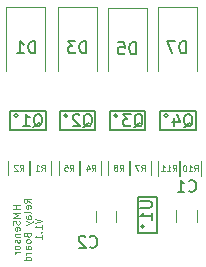
<source format=gbo>
G04 #@! TF.FileFunction,Legend,Bot*
%FSLAX46Y46*%
G04 Gerber Fmt 4.6, Leading zero omitted, Abs format (unit mm)*
G04 Created by KiCad (PCBNEW 4.0.2-stable) date 18.08.2017 11:21:27*
%MOMM*%
G01*
G04 APERTURE LIST*
%ADD10C,0.100000*%
%ADD11C,0.150000*%
%ADD12C,0.120000*%
%ADD13C,0.075000*%
G04 APERTURE END LIST*
D10*
X171340229Y-115802029D02*
X170740229Y-115802029D01*
X171025943Y-115802029D02*
X171025943Y-116144886D01*
X171340229Y-116144886D02*
X170740229Y-116144886D01*
X171340229Y-116430600D02*
X170740229Y-116430600D01*
X171168800Y-116630600D01*
X170740229Y-116830600D01*
X171340229Y-116830600D01*
X171311657Y-117087743D02*
X171340229Y-117173457D01*
X171340229Y-117316314D01*
X171311657Y-117373457D01*
X171283086Y-117402028D01*
X171225943Y-117430600D01*
X171168800Y-117430600D01*
X171111657Y-117402028D01*
X171083086Y-117373457D01*
X171054514Y-117316314D01*
X171025943Y-117202028D01*
X170997371Y-117144886D01*
X170968800Y-117116314D01*
X170911657Y-117087743D01*
X170854514Y-117087743D01*
X170797371Y-117116314D01*
X170768800Y-117144886D01*
X170740229Y-117202028D01*
X170740229Y-117344886D01*
X170768800Y-117430600D01*
X171311657Y-117916315D02*
X171340229Y-117859172D01*
X171340229Y-117744886D01*
X171311657Y-117687743D01*
X171254514Y-117659172D01*
X171025943Y-117659172D01*
X170968800Y-117687743D01*
X170940229Y-117744886D01*
X170940229Y-117859172D01*
X170968800Y-117916315D01*
X171025943Y-117944886D01*
X171083086Y-117944886D01*
X171140229Y-117659172D01*
X170940229Y-118202029D02*
X171340229Y-118202029D01*
X170997371Y-118202029D02*
X170968800Y-118230601D01*
X170940229Y-118287743D01*
X170940229Y-118373458D01*
X170968800Y-118430601D01*
X171025943Y-118459172D01*
X171340229Y-118459172D01*
X171311657Y-118716315D02*
X171340229Y-118773458D01*
X171340229Y-118887743D01*
X171311657Y-118944886D01*
X171254514Y-118973458D01*
X171225943Y-118973458D01*
X171168800Y-118944886D01*
X171140229Y-118887743D01*
X171140229Y-118802029D01*
X171111657Y-118744886D01*
X171054514Y-118716315D01*
X171025943Y-118716315D01*
X170968800Y-118744886D01*
X170940229Y-118802029D01*
X170940229Y-118887743D01*
X170968800Y-118944886D01*
X171340229Y-119316314D02*
X171311657Y-119259172D01*
X171283086Y-119230600D01*
X171225943Y-119202029D01*
X171054514Y-119202029D01*
X170997371Y-119230600D01*
X170968800Y-119259172D01*
X170940229Y-119316314D01*
X170940229Y-119402029D01*
X170968800Y-119459172D01*
X170997371Y-119487743D01*
X171054514Y-119516314D01*
X171225943Y-119516314D01*
X171283086Y-119487743D01*
X171311657Y-119459172D01*
X171340229Y-119402029D01*
X171340229Y-119316314D01*
X171340229Y-119773457D02*
X170940229Y-119773457D01*
X171054514Y-119773457D02*
X170997371Y-119802029D01*
X170968800Y-119830600D01*
X170940229Y-119887743D01*
X170940229Y-119944886D01*
X172280229Y-115573457D02*
X171994514Y-115373457D01*
X172280229Y-115230600D02*
X171680229Y-115230600D01*
X171680229Y-115459172D01*
X171708800Y-115516314D01*
X171737371Y-115544886D01*
X171794514Y-115573457D01*
X171880229Y-115573457D01*
X171937371Y-115544886D01*
X171965943Y-115516314D01*
X171994514Y-115459172D01*
X171994514Y-115230600D01*
X172251657Y-116059172D02*
X172280229Y-116002029D01*
X172280229Y-115887743D01*
X172251657Y-115830600D01*
X172194514Y-115802029D01*
X171965943Y-115802029D01*
X171908800Y-115830600D01*
X171880229Y-115887743D01*
X171880229Y-116002029D01*
X171908800Y-116059172D01*
X171965943Y-116087743D01*
X172023086Y-116087743D01*
X172080229Y-115802029D01*
X172280229Y-116430600D02*
X172251657Y-116373458D01*
X172194514Y-116344886D01*
X171680229Y-116344886D01*
X172280229Y-116916315D02*
X171965943Y-116916315D01*
X171908800Y-116887744D01*
X171880229Y-116830601D01*
X171880229Y-116716315D01*
X171908800Y-116659172D01*
X172251657Y-116916315D02*
X172280229Y-116859172D01*
X172280229Y-116716315D01*
X172251657Y-116659172D01*
X172194514Y-116630601D01*
X172137371Y-116630601D01*
X172080229Y-116659172D01*
X172051657Y-116716315D01*
X172051657Y-116859172D01*
X172023086Y-116916315D01*
X171880229Y-117144886D02*
X172280229Y-117287743D01*
X171880229Y-117430601D02*
X172280229Y-117287743D01*
X172423086Y-117230601D01*
X172451657Y-117202029D01*
X172480229Y-117144886D01*
X171965943Y-118316315D02*
X171994514Y-118402029D01*
X172023086Y-118430601D01*
X172080229Y-118459172D01*
X172165943Y-118459172D01*
X172223086Y-118430601D01*
X172251657Y-118402029D01*
X172280229Y-118344887D01*
X172280229Y-118116315D01*
X171680229Y-118116315D01*
X171680229Y-118316315D01*
X171708800Y-118373458D01*
X171737371Y-118402029D01*
X171794514Y-118430601D01*
X171851657Y-118430601D01*
X171908800Y-118402029D01*
X171937371Y-118373458D01*
X171965943Y-118316315D01*
X171965943Y-118116315D01*
X172280229Y-118802029D02*
X172251657Y-118744887D01*
X172223086Y-118716315D01*
X172165943Y-118687744D01*
X171994514Y-118687744D01*
X171937371Y-118716315D01*
X171908800Y-118744887D01*
X171880229Y-118802029D01*
X171880229Y-118887744D01*
X171908800Y-118944887D01*
X171937371Y-118973458D01*
X171994514Y-119002029D01*
X172165943Y-119002029D01*
X172223086Y-118973458D01*
X172251657Y-118944887D01*
X172280229Y-118887744D01*
X172280229Y-118802029D01*
X172280229Y-119516315D02*
X171965943Y-119516315D01*
X171908800Y-119487744D01*
X171880229Y-119430601D01*
X171880229Y-119316315D01*
X171908800Y-119259172D01*
X172251657Y-119516315D02*
X172280229Y-119459172D01*
X172280229Y-119316315D01*
X172251657Y-119259172D01*
X172194514Y-119230601D01*
X172137371Y-119230601D01*
X172080229Y-119259172D01*
X172051657Y-119316315D01*
X172051657Y-119459172D01*
X172023086Y-119516315D01*
X172280229Y-119802029D02*
X171880229Y-119802029D01*
X171994514Y-119802029D02*
X171937371Y-119830601D01*
X171908800Y-119859172D01*
X171880229Y-119916315D01*
X171880229Y-119973458D01*
X172280229Y-120430601D02*
X171680229Y-120430601D01*
X172251657Y-120430601D02*
X172280229Y-120373458D01*
X172280229Y-120259172D01*
X172251657Y-120202030D01*
X172223086Y-120173458D01*
X172165943Y-120144887D01*
X171994514Y-120144887D01*
X171937371Y-120173458D01*
X171908800Y-120202030D01*
X171880229Y-120259172D01*
X171880229Y-120373458D01*
X171908800Y-120430601D01*
X172620229Y-116916314D02*
X173220229Y-117116314D01*
X172620229Y-117316314D01*
X173220229Y-117830600D02*
X173220229Y-117487743D01*
X173220229Y-117659171D02*
X172620229Y-117659171D01*
X172705943Y-117602028D01*
X172763086Y-117544886D01*
X172791657Y-117487743D01*
X173163086Y-118087743D02*
X173191657Y-118116315D01*
X173220229Y-118087743D01*
X173191657Y-118059172D01*
X173163086Y-118087743D01*
X173220229Y-118087743D01*
X173220229Y-118687743D02*
X173220229Y-118344886D01*
X173220229Y-118516314D02*
X172620229Y-118516314D01*
X172705943Y-118459171D01*
X172763086Y-118402029D01*
X172791657Y-118344886D01*
D11*
X181884821Y-117611400D02*
G75*
G03X181884821Y-117611400I-141421J0D01*
G01*
X181343400Y-115111400D02*
X182943400Y-115111400D01*
X182943400Y-115111400D02*
X182943400Y-118111400D01*
X182943400Y-118111400D02*
X181343400Y-118111400D01*
X181343400Y-118111400D02*
X181343400Y-115111400D01*
D12*
X184620800Y-117213000D02*
X184620800Y-116213000D01*
X186320800Y-116213000D02*
X186320800Y-117213000D01*
X177839000Y-117251100D02*
X177839000Y-116251100D01*
X179539000Y-116251100D02*
X179539000Y-117251100D01*
X170155600Y-99012800D02*
X173455600Y-99012800D01*
X173455600Y-99012800D02*
X173455600Y-104412800D01*
X170155600Y-99012800D02*
X170155600Y-104412800D01*
X173981000Y-113223600D02*
X173981000Y-112023600D01*
X172221000Y-112023600D02*
X172221000Y-113223600D01*
X172152200Y-113223600D02*
X172152200Y-112023600D01*
X170392200Y-112023600D02*
X170392200Y-113223600D01*
D11*
X171175621Y-108185000D02*
G75*
G03X171175621Y-108185000I-141421J0D01*
G01*
X173534200Y-107785000D02*
X173534200Y-109385000D01*
X173534200Y-109385000D02*
X170534200Y-109385000D01*
X170534200Y-109385000D02*
X170534200Y-107785000D01*
X170534200Y-107785000D02*
X173534200Y-107785000D01*
D12*
X174575200Y-99012800D02*
X177875200Y-99012800D01*
X177875200Y-99012800D02*
X177875200Y-104412800D01*
X174575200Y-99012800D02*
X174575200Y-104412800D01*
X178842400Y-99063600D02*
X182142400Y-99063600D01*
X182142400Y-99063600D02*
X182142400Y-104463600D01*
X178842400Y-99063600D02*
X178842400Y-104463600D01*
X183084200Y-99012800D02*
X186384200Y-99012800D01*
X186384200Y-99012800D02*
X186384200Y-104412800D01*
X183084200Y-99012800D02*
X183084200Y-104412800D01*
D11*
X175392021Y-108210400D02*
G75*
G03X175392021Y-108210400I-141421J0D01*
G01*
X177750600Y-107810400D02*
X177750600Y-109410400D01*
X177750600Y-109410400D02*
X174750600Y-109410400D01*
X174750600Y-109410400D02*
X174750600Y-107810400D01*
X174750600Y-107810400D02*
X177750600Y-107810400D01*
X179633821Y-108210400D02*
G75*
G03X179633821Y-108210400I-141421J0D01*
G01*
X181992400Y-107810400D02*
X181992400Y-109410400D01*
X181992400Y-109410400D02*
X178992400Y-109410400D01*
X178992400Y-109410400D02*
X178992400Y-107810400D01*
X178992400Y-107810400D02*
X181992400Y-107810400D01*
X183875621Y-108185000D02*
G75*
G03X183875621Y-108185000I-141421J0D01*
G01*
X186234200Y-107785000D02*
X186234200Y-109385000D01*
X186234200Y-109385000D02*
X183234200Y-109385000D01*
X183234200Y-109385000D02*
X183234200Y-107785000D01*
X183234200Y-107785000D02*
X186234200Y-107785000D01*
D12*
X178248200Y-113249000D02*
X178248200Y-112049000D01*
X176488200Y-112049000D02*
X176488200Y-113249000D01*
X176394000Y-113249000D02*
X176394000Y-112049000D01*
X174634000Y-112049000D02*
X174634000Y-113249000D01*
X182439200Y-113249000D02*
X182439200Y-112049000D01*
X180679200Y-112049000D02*
X180679200Y-113249000D01*
X180610400Y-113249000D02*
X180610400Y-112049000D01*
X178850400Y-112049000D02*
X178850400Y-113249000D01*
X186681000Y-113274400D02*
X186681000Y-112074400D01*
X184921000Y-112074400D02*
X184921000Y-113274400D01*
X184852200Y-113274400D02*
X184852200Y-112074400D01*
X183092200Y-112074400D02*
X183092200Y-113274400D01*
D11*
X181519581Y-115443095D02*
X182329105Y-115443095D01*
X182424343Y-115490714D01*
X182471962Y-115538333D01*
X182519581Y-115633571D01*
X182519581Y-115824048D01*
X182471962Y-115919286D01*
X182424343Y-115966905D01*
X182329105Y-116014524D01*
X181519581Y-116014524D01*
X182519581Y-117014524D02*
X182519581Y-116443095D01*
X182519581Y-116728809D02*
X181519581Y-116728809D01*
X181662438Y-116633571D01*
X181757676Y-116538333D01*
X181805295Y-116443095D01*
X185662866Y-114555543D02*
X185710485Y-114603162D01*
X185853342Y-114650781D01*
X185948580Y-114650781D01*
X186091438Y-114603162D01*
X186186676Y-114507924D01*
X186234295Y-114412686D01*
X186281914Y-114222210D01*
X186281914Y-114079352D01*
X186234295Y-113888876D01*
X186186676Y-113793638D01*
X186091438Y-113698400D01*
X185948580Y-113650781D01*
X185853342Y-113650781D01*
X185710485Y-113698400D01*
X185662866Y-113746019D01*
X184710485Y-114650781D02*
X185281914Y-114650781D01*
X184996200Y-114650781D02*
X184996200Y-113650781D01*
X185091438Y-113793638D01*
X185186676Y-113888876D01*
X185281914Y-113936495D01*
X177280866Y-119292643D02*
X177328485Y-119340262D01*
X177471342Y-119387881D01*
X177566580Y-119387881D01*
X177709438Y-119340262D01*
X177804676Y-119245024D01*
X177852295Y-119149786D01*
X177899914Y-118959310D01*
X177899914Y-118816452D01*
X177852295Y-118625976D01*
X177804676Y-118530738D01*
X177709438Y-118435500D01*
X177566580Y-118387881D01*
X177471342Y-118387881D01*
X177328485Y-118435500D01*
X177280866Y-118483119D01*
X176899914Y-118483119D02*
X176852295Y-118435500D01*
X176757057Y-118387881D01*
X176518961Y-118387881D01*
X176423723Y-118435500D01*
X176376104Y-118483119D01*
X176328485Y-118578357D01*
X176328485Y-118673595D01*
X176376104Y-118816452D01*
X176947533Y-119387881D01*
X176328485Y-119387881D01*
X172645295Y-102915981D02*
X172645295Y-101915981D01*
X172407200Y-101915981D01*
X172264342Y-101963600D01*
X172169104Y-102058838D01*
X172121485Y-102154076D01*
X172073866Y-102344552D01*
X172073866Y-102487410D01*
X172121485Y-102677886D01*
X172169104Y-102773124D01*
X172264342Y-102868362D01*
X172407200Y-102915981D01*
X172645295Y-102915981D01*
X171121485Y-102915981D02*
X171692914Y-102915981D01*
X171407200Y-102915981D02*
X171407200Y-101915981D01*
X171502438Y-102058838D01*
X171597676Y-102154076D01*
X171692914Y-102201695D01*
D13*
X173184333Y-112849790D02*
X173351000Y-112611695D01*
X173470047Y-112849790D02*
X173470047Y-112349790D01*
X173279571Y-112349790D01*
X173231952Y-112373600D01*
X173208143Y-112397410D01*
X173184333Y-112445029D01*
X173184333Y-112516457D01*
X173208143Y-112564076D01*
X173231952Y-112587886D01*
X173279571Y-112611695D01*
X173470047Y-112611695D01*
X172708143Y-112849790D02*
X172993857Y-112849790D01*
X172851000Y-112849790D02*
X172851000Y-112349790D01*
X172898619Y-112421219D01*
X172946238Y-112468838D01*
X172993857Y-112492648D01*
X171355533Y-112849790D02*
X171522200Y-112611695D01*
X171641247Y-112849790D02*
X171641247Y-112349790D01*
X171450771Y-112349790D01*
X171403152Y-112373600D01*
X171379343Y-112397410D01*
X171355533Y-112445029D01*
X171355533Y-112516457D01*
X171379343Y-112564076D01*
X171403152Y-112587886D01*
X171450771Y-112611695D01*
X171641247Y-112611695D01*
X171165057Y-112397410D02*
X171141247Y-112373600D01*
X171093628Y-112349790D01*
X170974581Y-112349790D01*
X170926962Y-112373600D01*
X170903152Y-112397410D01*
X170879343Y-112445029D01*
X170879343Y-112492648D01*
X170903152Y-112564076D01*
X171188866Y-112849790D01*
X170879343Y-112849790D01*
D11*
X172510438Y-109158019D02*
X172605676Y-109110400D01*
X172700914Y-109015162D01*
X172843771Y-108872305D01*
X172939010Y-108824686D01*
X173034248Y-108824686D01*
X172986629Y-109062781D02*
X173081867Y-109015162D01*
X173177105Y-108919924D01*
X173224724Y-108729448D01*
X173224724Y-108396114D01*
X173177105Y-108205638D01*
X173081867Y-108110400D01*
X172986629Y-108062781D01*
X172796152Y-108062781D01*
X172700914Y-108110400D01*
X172605676Y-108205638D01*
X172558057Y-108396114D01*
X172558057Y-108729448D01*
X172605676Y-108919924D01*
X172700914Y-109015162D01*
X172796152Y-109062781D01*
X172986629Y-109062781D01*
X171605676Y-109062781D02*
X172177105Y-109062781D01*
X171891391Y-109062781D02*
X171891391Y-108062781D01*
X171986629Y-108205638D01*
X172081867Y-108300876D01*
X172177105Y-108348495D01*
X176963295Y-102915981D02*
X176963295Y-101915981D01*
X176725200Y-101915981D01*
X176582342Y-101963600D01*
X176487104Y-102058838D01*
X176439485Y-102154076D01*
X176391866Y-102344552D01*
X176391866Y-102487410D01*
X176439485Y-102677886D01*
X176487104Y-102773124D01*
X176582342Y-102868362D01*
X176725200Y-102915981D01*
X176963295Y-102915981D01*
X176058533Y-101915981D02*
X175439485Y-101915981D01*
X175772819Y-102296933D01*
X175629961Y-102296933D01*
X175534723Y-102344552D01*
X175487104Y-102392171D01*
X175439485Y-102487410D01*
X175439485Y-102725505D01*
X175487104Y-102820743D01*
X175534723Y-102868362D01*
X175629961Y-102915981D01*
X175915676Y-102915981D01*
X176010914Y-102868362D01*
X176058533Y-102820743D01*
X181179695Y-102992181D02*
X181179695Y-101992181D01*
X180941600Y-101992181D01*
X180798742Y-102039800D01*
X180703504Y-102135038D01*
X180655885Y-102230276D01*
X180608266Y-102420752D01*
X180608266Y-102563610D01*
X180655885Y-102754086D01*
X180703504Y-102849324D01*
X180798742Y-102944562D01*
X180941600Y-102992181D01*
X181179695Y-102992181D01*
X179703504Y-101992181D02*
X180179695Y-101992181D01*
X180227314Y-102468371D01*
X180179695Y-102420752D01*
X180084457Y-102373133D01*
X179846361Y-102373133D01*
X179751123Y-102420752D01*
X179703504Y-102468371D01*
X179655885Y-102563610D01*
X179655885Y-102801705D01*
X179703504Y-102896943D01*
X179751123Y-102944562D01*
X179846361Y-102992181D01*
X180084457Y-102992181D01*
X180179695Y-102944562D01*
X180227314Y-102896943D01*
X185421495Y-102915981D02*
X185421495Y-101915981D01*
X185183400Y-101915981D01*
X185040542Y-101963600D01*
X184945304Y-102058838D01*
X184897685Y-102154076D01*
X184850066Y-102344552D01*
X184850066Y-102487410D01*
X184897685Y-102677886D01*
X184945304Y-102773124D01*
X185040542Y-102868362D01*
X185183400Y-102915981D01*
X185421495Y-102915981D01*
X184516733Y-101915981D02*
X183850066Y-101915981D01*
X184278638Y-102915981D01*
X176726838Y-109183419D02*
X176822076Y-109135800D01*
X176917314Y-109040562D01*
X177060171Y-108897705D01*
X177155410Y-108850086D01*
X177250648Y-108850086D01*
X177203029Y-109088181D02*
X177298267Y-109040562D01*
X177393505Y-108945324D01*
X177441124Y-108754848D01*
X177441124Y-108421514D01*
X177393505Y-108231038D01*
X177298267Y-108135800D01*
X177203029Y-108088181D01*
X177012552Y-108088181D01*
X176917314Y-108135800D01*
X176822076Y-108231038D01*
X176774457Y-108421514D01*
X176774457Y-108754848D01*
X176822076Y-108945324D01*
X176917314Y-109040562D01*
X177012552Y-109088181D01*
X177203029Y-109088181D01*
X176393505Y-108183419D02*
X176345886Y-108135800D01*
X176250648Y-108088181D01*
X176012552Y-108088181D01*
X175917314Y-108135800D01*
X175869695Y-108183419D01*
X175822076Y-108278657D01*
X175822076Y-108373895D01*
X175869695Y-108516752D01*
X176441124Y-109088181D01*
X175822076Y-109088181D01*
X181019438Y-109183419D02*
X181114676Y-109135800D01*
X181209914Y-109040562D01*
X181352771Y-108897705D01*
X181448010Y-108850086D01*
X181543248Y-108850086D01*
X181495629Y-109088181D02*
X181590867Y-109040562D01*
X181686105Y-108945324D01*
X181733724Y-108754848D01*
X181733724Y-108421514D01*
X181686105Y-108231038D01*
X181590867Y-108135800D01*
X181495629Y-108088181D01*
X181305152Y-108088181D01*
X181209914Y-108135800D01*
X181114676Y-108231038D01*
X181067057Y-108421514D01*
X181067057Y-108754848D01*
X181114676Y-108945324D01*
X181209914Y-109040562D01*
X181305152Y-109088181D01*
X181495629Y-109088181D01*
X180733724Y-108088181D02*
X180114676Y-108088181D01*
X180448010Y-108469133D01*
X180305152Y-108469133D01*
X180209914Y-108516752D01*
X180162295Y-108564371D01*
X180114676Y-108659610D01*
X180114676Y-108897705D01*
X180162295Y-108992943D01*
X180209914Y-109040562D01*
X180305152Y-109088181D01*
X180590867Y-109088181D01*
X180686105Y-109040562D01*
X180733724Y-108992943D01*
X185235838Y-109183419D02*
X185331076Y-109135800D01*
X185426314Y-109040562D01*
X185569171Y-108897705D01*
X185664410Y-108850086D01*
X185759648Y-108850086D01*
X185712029Y-109088181D02*
X185807267Y-109040562D01*
X185902505Y-108945324D01*
X185950124Y-108754848D01*
X185950124Y-108421514D01*
X185902505Y-108231038D01*
X185807267Y-108135800D01*
X185712029Y-108088181D01*
X185521552Y-108088181D01*
X185426314Y-108135800D01*
X185331076Y-108231038D01*
X185283457Y-108421514D01*
X185283457Y-108754848D01*
X185331076Y-108945324D01*
X185426314Y-109040562D01*
X185521552Y-109088181D01*
X185712029Y-109088181D01*
X184426314Y-108421514D02*
X184426314Y-109088181D01*
X184664410Y-108040562D02*
X184902505Y-108754848D01*
X184283457Y-108754848D01*
D13*
X177451533Y-112875190D02*
X177618200Y-112637095D01*
X177737247Y-112875190D02*
X177737247Y-112375190D01*
X177546771Y-112375190D01*
X177499152Y-112399000D01*
X177475343Y-112422810D01*
X177451533Y-112470429D01*
X177451533Y-112541857D01*
X177475343Y-112589476D01*
X177499152Y-112613286D01*
X177546771Y-112637095D01*
X177737247Y-112637095D01*
X177022962Y-112541857D02*
X177022962Y-112875190D01*
X177142009Y-112351381D02*
X177261057Y-112708524D01*
X176951533Y-112708524D01*
X175597333Y-112875190D02*
X175764000Y-112637095D01*
X175883047Y-112875190D02*
X175883047Y-112375190D01*
X175692571Y-112375190D01*
X175644952Y-112399000D01*
X175621143Y-112422810D01*
X175597333Y-112470429D01*
X175597333Y-112541857D01*
X175621143Y-112589476D01*
X175644952Y-112613286D01*
X175692571Y-112637095D01*
X175883047Y-112637095D01*
X175144952Y-112375190D02*
X175383047Y-112375190D01*
X175406857Y-112613286D01*
X175383047Y-112589476D01*
X175335428Y-112565667D01*
X175216381Y-112565667D01*
X175168762Y-112589476D01*
X175144952Y-112613286D01*
X175121143Y-112660905D01*
X175121143Y-112779952D01*
X175144952Y-112827571D01*
X175168762Y-112851381D01*
X175216381Y-112875190D01*
X175335428Y-112875190D01*
X175383047Y-112851381D01*
X175406857Y-112827571D01*
X181642533Y-112875190D02*
X181809200Y-112637095D01*
X181928247Y-112875190D02*
X181928247Y-112375190D01*
X181737771Y-112375190D01*
X181690152Y-112399000D01*
X181666343Y-112422810D01*
X181642533Y-112470429D01*
X181642533Y-112541857D01*
X181666343Y-112589476D01*
X181690152Y-112613286D01*
X181737771Y-112637095D01*
X181928247Y-112637095D01*
X181475866Y-112375190D02*
X181142533Y-112375190D01*
X181356819Y-112875190D01*
X179813733Y-112875190D02*
X179980400Y-112637095D01*
X180099447Y-112875190D02*
X180099447Y-112375190D01*
X179908971Y-112375190D01*
X179861352Y-112399000D01*
X179837543Y-112422810D01*
X179813733Y-112470429D01*
X179813733Y-112541857D01*
X179837543Y-112589476D01*
X179861352Y-112613286D01*
X179908971Y-112637095D01*
X180099447Y-112637095D01*
X179528019Y-112589476D02*
X179575638Y-112565667D01*
X179599447Y-112541857D01*
X179623257Y-112494238D01*
X179623257Y-112470429D01*
X179599447Y-112422810D01*
X179575638Y-112399000D01*
X179528019Y-112375190D01*
X179432781Y-112375190D01*
X179385162Y-112399000D01*
X179361352Y-112422810D01*
X179337543Y-112470429D01*
X179337543Y-112494238D01*
X179361352Y-112541857D01*
X179385162Y-112565667D01*
X179432781Y-112589476D01*
X179528019Y-112589476D01*
X179575638Y-112613286D01*
X179599447Y-112637095D01*
X179623257Y-112684714D01*
X179623257Y-112779952D01*
X179599447Y-112827571D01*
X179575638Y-112851381D01*
X179528019Y-112875190D01*
X179432781Y-112875190D01*
X179385162Y-112851381D01*
X179361352Y-112827571D01*
X179337543Y-112779952D01*
X179337543Y-112684714D01*
X179361352Y-112637095D01*
X179385162Y-112613286D01*
X179432781Y-112589476D01*
X186122428Y-112900590D02*
X186289095Y-112662495D01*
X186408142Y-112900590D02*
X186408142Y-112400590D01*
X186217666Y-112400590D01*
X186170047Y-112424400D01*
X186146238Y-112448210D01*
X186122428Y-112495829D01*
X186122428Y-112567257D01*
X186146238Y-112614876D01*
X186170047Y-112638686D01*
X186217666Y-112662495D01*
X186408142Y-112662495D01*
X185646238Y-112900590D02*
X185931952Y-112900590D01*
X185789095Y-112900590D02*
X185789095Y-112400590D01*
X185836714Y-112472019D01*
X185884333Y-112519638D01*
X185931952Y-112543448D01*
X185336714Y-112400590D02*
X185289095Y-112400590D01*
X185241476Y-112424400D01*
X185217667Y-112448210D01*
X185193857Y-112495829D01*
X185170048Y-112591067D01*
X185170048Y-112710114D01*
X185193857Y-112805352D01*
X185217667Y-112852971D01*
X185241476Y-112876781D01*
X185289095Y-112900590D01*
X185336714Y-112900590D01*
X185384333Y-112876781D01*
X185408143Y-112852971D01*
X185431952Y-112805352D01*
X185455762Y-112710114D01*
X185455762Y-112591067D01*
X185431952Y-112495829D01*
X185408143Y-112448210D01*
X185384333Y-112424400D01*
X185336714Y-112400590D01*
X184293628Y-112900590D02*
X184460295Y-112662495D01*
X184579342Y-112900590D02*
X184579342Y-112400590D01*
X184388866Y-112400590D01*
X184341247Y-112424400D01*
X184317438Y-112448210D01*
X184293628Y-112495829D01*
X184293628Y-112567257D01*
X184317438Y-112614876D01*
X184341247Y-112638686D01*
X184388866Y-112662495D01*
X184579342Y-112662495D01*
X183817438Y-112900590D02*
X184103152Y-112900590D01*
X183960295Y-112900590D02*
X183960295Y-112400590D01*
X184007914Y-112472019D01*
X184055533Y-112519638D01*
X184103152Y-112543448D01*
X183341248Y-112900590D02*
X183626962Y-112900590D01*
X183484105Y-112900590D02*
X183484105Y-112400590D01*
X183531724Y-112472019D01*
X183579343Y-112519638D01*
X183626962Y-112543448D01*
M02*

</source>
